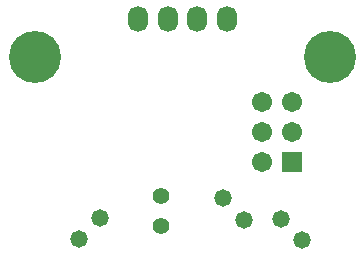
<source format=gbs>
G04 Layer_Color=16711935*
%FSLAX43Y43*%
%MOMM*%
G71*
G01*
G75*
%ADD36C,1.473*%
%ADD37C,4.403*%
%ADD38O,1.703X2.203*%
%ADD39R,1.703X1.703*%
%ADD40C,1.703*%
%ADD41C,1.403*%
D36*
X20250Y3750D02*
D03*
X18454Y5546D02*
D03*
X25125Y2000D02*
D03*
X23329Y3796D02*
D03*
X8056Y3898D02*
D03*
X6260Y2102D02*
D03*
D37*
X27500Y17500D02*
D03*
X2500D02*
D03*
D38*
X11250Y20750D02*
D03*
X13750D02*
D03*
X16250D02*
D03*
X18750D02*
D03*
D39*
X24250Y8625D02*
D03*
D40*
X21710D02*
D03*
X24250Y11165D02*
D03*
X21710D02*
D03*
X24250Y13705D02*
D03*
X21710D02*
D03*
D41*
X13208Y5715D02*
D03*
Y3215D02*
D03*
M02*

</source>
